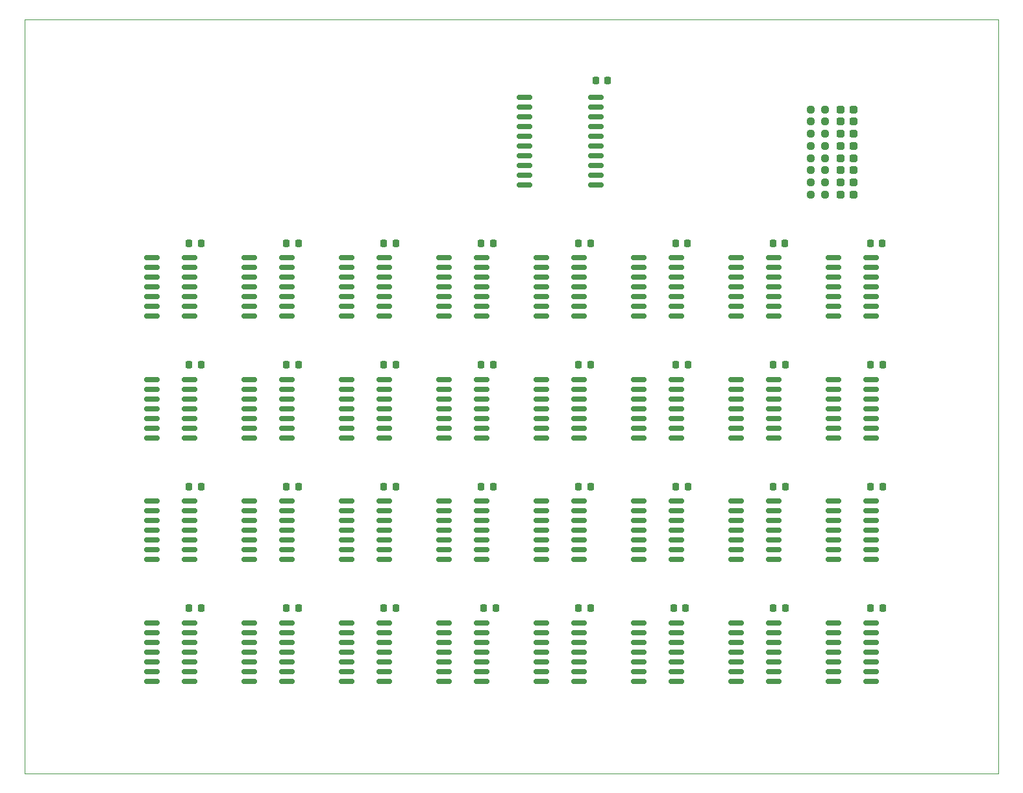
<source format=gbr>
%TF.GenerationSoftware,KiCad,Pcbnew,6.0.6*%
%TF.CreationDate,2022-09-03T22:52:37+02:00*%
%TF.ProjectId,fake8080c,66616b65-3830-4383-9063-2e6b69636164,rev?*%
%TF.SameCoordinates,Original*%
%TF.FileFunction,Paste,Top*%
%TF.FilePolarity,Positive*%
%FSLAX46Y46*%
G04 Gerber Fmt 4.6, Leading zero omitted, Abs format (unit mm)*
G04 Created by KiCad (PCBNEW 6.0.6) date 2022-09-03 22:52:37*
%MOMM*%
%LPD*%
G01*
G04 APERTURE LIST*
G04 Aperture macros list*
%AMRoundRect*
0 Rectangle with rounded corners*
0 $1 Rounding radius*
0 $2 $3 $4 $5 $6 $7 $8 $9 X,Y pos of 4 corners*
0 Add a 4 corners polygon primitive as box body*
4,1,4,$2,$3,$4,$5,$6,$7,$8,$9,$2,$3,0*
0 Add four circle primitives for the rounded corners*
1,1,$1+$1,$2,$3*
1,1,$1+$1,$4,$5*
1,1,$1+$1,$6,$7*
1,1,$1+$1,$8,$9*
0 Add four rect primitives between the rounded corners*
20,1,$1+$1,$2,$3,$4,$5,0*
20,1,$1+$1,$4,$5,$6,$7,0*
20,1,$1+$1,$6,$7,$8,$9,0*
20,1,$1+$1,$8,$9,$2,$3,0*%
G04 Aperture macros list end*
%TA.AperFunction,Profile*%
%ADD10C,0.100000*%
%TD*%
%ADD11RoundRect,0.150000X-0.825000X-0.150000X0.825000X-0.150000X0.825000X0.150000X-0.825000X0.150000X0*%
%ADD12RoundRect,0.150000X-0.875000X-0.150000X0.875000X-0.150000X0.875000X0.150000X-0.875000X0.150000X0*%
%ADD13RoundRect,0.237500X-0.250000X-0.237500X0.250000X-0.237500X0.250000X0.237500X-0.250000X0.237500X0*%
%ADD14RoundRect,0.237500X0.287500X0.237500X-0.287500X0.237500X-0.287500X-0.237500X0.287500X-0.237500X0*%
%ADD15RoundRect,0.225000X-0.225000X-0.250000X0.225000X-0.250000X0.225000X0.250000X-0.225000X0.250000X0*%
G04 APERTURE END LIST*
D10*
X225425000Y-41275000D02*
X98425000Y-41275000D01*
X98425000Y-41275000D02*
X98425000Y-139700000D01*
X98425000Y-139700000D02*
X225425000Y-139700000D01*
X225425000Y-139700000D02*
X225425000Y-41275000D01*
D11*
%TO.C,U133*%
X145350000Y-120015000D03*
X145350000Y-121285000D03*
X145350000Y-122555000D03*
X145350000Y-123825000D03*
X145350000Y-125095000D03*
X145350000Y-126365000D03*
X145350000Y-127635000D03*
X140400000Y-127635000D03*
X140400000Y-126365000D03*
X140400000Y-125095000D03*
X140400000Y-123825000D03*
X140400000Y-122555000D03*
X140400000Y-121285000D03*
X140400000Y-120015000D03*
%TD*%
%TO.C,U132*%
X191200000Y-120015000D03*
X191200000Y-121285000D03*
X191200000Y-122555000D03*
X191200000Y-123825000D03*
X191200000Y-125095000D03*
X191200000Y-126365000D03*
X191200000Y-127635000D03*
X196150000Y-127635000D03*
X196150000Y-126365000D03*
X196150000Y-125095000D03*
X196150000Y-123825000D03*
X196150000Y-122555000D03*
X196150000Y-121285000D03*
X196150000Y-120015000D03*
%TD*%
%TO.C,U131*%
X140400000Y-104140000D03*
X140400000Y-105410000D03*
X140400000Y-106680000D03*
X140400000Y-107950000D03*
X140400000Y-109220000D03*
X140400000Y-110490000D03*
X140400000Y-111760000D03*
X145350000Y-111760000D03*
X145350000Y-110490000D03*
X145350000Y-109220000D03*
X145350000Y-107950000D03*
X145350000Y-106680000D03*
X145350000Y-105410000D03*
X145350000Y-104140000D03*
%TD*%
%TO.C,U130*%
X165800000Y-104140000D03*
X165800000Y-105410000D03*
X165800000Y-106680000D03*
X165800000Y-107950000D03*
X165800000Y-109220000D03*
X165800000Y-110490000D03*
X165800000Y-111760000D03*
X170750000Y-111760000D03*
X170750000Y-110490000D03*
X170750000Y-109220000D03*
X170750000Y-107950000D03*
X170750000Y-106680000D03*
X170750000Y-105410000D03*
X170750000Y-104140000D03*
%TD*%
%TO.C,U129*%
X191200000Y-104140000D03*
X191200000Y-105410000D03*
X191200000Y-106680000D03*
X191200000Y-107950000D03*
X191200000Y-109220000D03*
X191200000Y-110490000D03*
X191200000Y-111760000D03*
X196150000Y-111760000D03*
X196150000Y-110490000D03*
X196150000Y-109220000D03*
X196150000Y-107950000D03*
X196150000Y-106680000D03*
X196150000Y-105410000D03*
X196150000Y-104140000D03*
%TD*%
%TO.C,U128*%
X115000000Y-104140000D03*
X115000000Y-105410000D03*
X115000000Y-106680000D03*
X115000000Y-107950000D03*
X115000000Y-109220000D03*
X115000000Y-110490000D03*
X115000000Y-111760000D03*
X119950000Y-111760000D03*
X119950000Y-110490000D03*
X119950000Y-109220000D03*
X119950000Y-107950000D03*
X119950000Y-106680000D03*
X119950000Y-105410000D03*
X119950000Y-104140000D03*
%TD*%
%TO.C,U127*%
X127700000Y-104140000D03*
X127700000Y-105410000D03*
X127700000Y-106680000D03*
X127700000Y-107950000D03*
X127700000Y-109220000D03*
X127700000Y-110490000D03*
X127700000Y-111760000D03*
X132650000Y-111760000D03*
X132650000Y-110490000D03*
X132650000Y-109220000D03*
X132650000Y-107950000D03*
X132650000Y-106680000D03*
X132650000Y-105410000D03*
X132650000Y-104140000D03*
%TD*%
%TO.C,U126*%
X178500000Y-104140000D03*
X178500000Y-105410000D03*
X178500000Y-106680000D03*
X178500000Y-107950000D03*
X178500000Y-109220000D03*
X178500000Y-110490000D03*
X178500000Y-111760000D03*
X183450000Y-111760000D03*
X183450000Y-110490000D03*
X183450000Y-109220000D03*
X183450000Y-107950000D03*
X183450000Y-106680000D03*
X183450000Y-105410000D03*
X183450000Y-104140000D03*
%TD*%
%TO.C,U125*%
X153100000Y-104140000D03*
X153100000Y-105410000D03*
X153100000Y-106680000D03*
X153100000Y-107950000D03*
X153100000Y-109220000D03*
X153100000Y-110490000D03*
X153100000Y-111760000D03*
X158050000Y-111760000D03*
X158050000Y-110490000D03*
X158050000Y-109220000D03*
X158050000Y-107950000D03*
X158050000Y-106680000D03*
X158050000Y-105410000D03*
X158050000Y-104140000D03*
%TD*%
%TO.C,U124*%
X203900000Y-104140000D03*
X203900000Y-105410000D03*
X203900000Y-106680000D03*
X203900000Y-107950000D03*
X203900000Y-109220000D03*
X203900000Y-110490000D03*
X203900000Y-111760000D03*
X208850000Y-111760000D03*
X208850000Y-110490000D03*
X208850000Y-109220000D03*
X208850000Y-107950000D03*
X208850000Y-106680000D03*
X208850000Y-105410000D03*
X208850000Y-104140000D03*
%TD*%
%TO.C,U123*%
X115000000Y-88265000D03*
X115000000Y-89535000D03*
X115000000Y-90805000D03*
X115000000Y-92075000D03*
X115000000Y-93345000D03*
X115000000Y-94615000D03*
X115000000Y-95885000D03*
X119950000Y-95885000D03*
X119950000Y-94615000D03*
X119950000Y-93345000D03*
X119950000Y-92075000D03*
X119950000Y-90805000D03*
X119950000Y-89535000D03*
X119950000Y-88265000D03*
%TD*%
%TO.C,U122*%
X127700000Y-88265000D03*
X127700000Y-89535000D03*
X127700000Y-90805000D03*
X127700000Y-92075000D03*
X127700000Y-93345000D03*
X127700000Y-94615000D03*
X127700000Y-95885000D03*
X132650000Y-95885000D03*
X132650000Y-94615000D03*
X132650000Y-93345000D03*
X132650000Y-92075000D03*
X132650000Y-90805000D03*
X132650000Y-89535000D03*
X132650000Y-88265000D03*
%TD*%
%TO.C,U121*%
X140400000Y-88265000D03*
X140400000Y-89535000D03*
X140400000Y-90805000D03*
X140400000Y-92075000D03*
X140400000Y-93345000D03*
X140400000Y-94615000D03*
X140400000Y-95885000D03*
X145350000Y-95885000D03*
X145350000Y-94615000D03*
X145350000Y-93345000D03*
X145350000Y-92075000D03*
X145350000Y-90805000D03*
X145350000Y-89535000D03*
X145350000Y-88265000D03*
%TD*%
%TO.C,U120*%
X153100000Y-88265000D03*
X153100000Y-89535000D03*
X153100000Y-90805000D03*
X153100000Y-92075000D03*
X153100000Y-93345000D03*
X153100000Y-94615000D03*
X153100000Y-95885000D03*
X158050000Y-95885000D03*
X158050000Y-94615000D03*
X158050000Y-93345000D03*
X158050000Y-92075000D03*
X158050000Y-90805000D03*
X158050000Y-89535000D03*
X158050000Y-88265000D03*
%TD*%
%TO.C,U119*%
X165800000Y-88265000D03*
X165800000Y-89535000D03*
X165800000Y-90805000D03*
X165800000Y-92075000D03*
X165800000Y-93345000D03*
X165800000Y-94615000D03*
X165800000Y-95885000D03*
X170750000Y-95885000D03*
X170750000Y-94615000D03*
X170750000Y-93345000D03*
X170750000Y-92075000D03*
X170750000Y-90805000D03*
X170750000Y-89535000D03*
X170750000Y-88265000D03*
%TD*%
%TO.C,U118*%
X178500000Y-88265000D03*
X178500000Y-89535000D03*
X178500000Y-90805000D03*
X178500000Y-92075000D03*
X178500000Y-93345000D03*
X178500000Y-94615000D03*
X178500000Y-95885000D03*
X183450000Y-95885000D03*
X183450000Y-94615000D03*
X183450000Y-93345000D03*
X183450000Y-92075000D03*
X183450000Y-90805000D03*
X183450000Y-89535000D03*
X183450000Y-88265000D03*
%TD*%
%TO.C,U117*%
X191200000Y-88265000D03*
X191200000Y-89535000D03*
X191200000Y-90805000D03*
X191200000Y-92075000D03*
X191200000Y-93345000D03*
X191200000Y-94615000D03*
X191200000Y-95885000D03*
X196150000Y-95885000D03*
X196150000Y-94615000D03*
X196150000Y-93345000D03*
X196150000Y-92075000D03*
X196150000Y-90805000D03*
X196150000Y-89535000D03*
X196150000Y-88265000D03*
%TD*%
%TO.C,U116*%
X203900000Y-88265000D03*
X203900000Y-89535000D03*
X203900000Y-90805000D03*
X203900000Y-92075000D03*
X203900000Y-93345000D03*
X203900000Y-94615000D03*
X203900000Y-95885000D03*
X208850000Y-95885000D03*
X208850000Y-94615000D03*
X208850000Y-93345000D03*
X208850000Y-92075000D03*
X208850000Y-90805000D03*
X208850000Y-89535000D03*
X208850000Y-88265000D03*
%TD*%
%TO.C,U115*%
X127700000Y-120015000D03*
X127700000Y-121285000D03*
X127700000Y-122555000D03*
X127700000Y-123825000D03*
X127700000Y-125095000D03*
X127700000Y-126365000D03*
X127700000Y-127635000D03*
X132650000Y-127635000D03*
X132650000Y-126365000D03*
X132650000Y-125095000D03*
X132650000Y-123825000D03*
X132650000Y-122555000D03*
X132650000Y-121285000D03*
X132650000Y-120015000D03*
%TD*%
%TO.C,U114*%
X127700000Y-72390000D03*
X127700000Y-73660000D03*
X127700000Y-74930000D03*
X127700000Y-76200000D03*
X127700000Y-77470000D03*
X127700000Y-78740000D03*
X127700000Y-80010000D03*
X132650000Y-80010000D03*
X132650000Y-78740000D03*
X132650000Y-77470000D03*
X132650000Y-76200000D03*
X132650000Y-74930000D03*
X132650000Y-73660000D03*
X132650000Y-72390000D03*
%TD*%
%TO.C,U113*%
X153100000Y-120015000D03*
X153100000Y-121285000D03*
X153100000Y-122555000D03*
X153100000Y-123825000D03*
X153100000Y-125095000D03*
X153100000Y-126365000D03*
X153100000Y-127635000D03*
X158050000Y-127635000D03*
X158050000Y-126365000D03*
X158050000Y-125095000D03*
X158050000Y-123825000D03*
X158050000Y-122555000D03*
X158050000Y-121285000D03*
X158050000Y-120015000D03*
%TD*%
%TO.C,U112*%
X153100000Y-72390000D03*
X153100000Y-73660000D03*
X153100000Y-74930000D03*
X153100000Y-76200000D03*
X153100000Y-77470000D03*
X153100000Y-78740000D03*
X153100000Y-80010000D03*
X158050000Y-80010000D03*
X158050000Y-78740000D03*
X158050000Y-77470000D03*
X158050000Y-76200000D03*
X158050000Y-74930000D03*
X158050000Y-73660000D03*
X158050000Y-72390000D03*
%TD*%
%TO.C,U111*%
X178500000Y-120015000D03*
X178500000Y-121285000D03*
X178500000Y-122555000D03*
X178500000Y-123825000D03*
X178500000Y-125095000D03*
X178500000Y-126365000D03*
X178500000Y-127635000D03*
X183450000Y-127635000D03*
X183450000Y-126365000D03*
X183450000Y-125095000D03*
X183450000Y-123825000D03*
X183450000Y-122555000D03*
X183450000Y-121285000D03*
X183450000Y-120015000D03*
%TD*%
%TO.C,U110*%
X178500000Y-72390000D03*
X178500000Y-73660000D03*
X178500000Y-74930000D03*
X178500000Y-76200000D03*
X178500000Y-77470000D03*
X178500000Y-78740000D03*
X178500000Y-80010000D03*
X183450000Y-80010000D03*
X183450000Y-78740000D03*
X183450000Y-77470000D03*
X183450000Y-76200000D03*
X183450000Y-74930000D03*
X183450000Y-73660000D03*
X183450000Y-72390000D03*
%TD*%
%TO.C,U109*%
X203900000Y-120015000D03*
X203900000Y-121285000D03*
X203900000Y-122555000D03*
X203900000Y-123825000D03*
X203900000Y-125095000D03*
X203900000Y-126365000D03*
X203900000Y-127635000D03*
X208850000Y-127635000D03*
X208850000Y-126365000D03*
X208850000Y-125095000D03*
X208850000Y-123825000D03*
X208850000Y-122555000D03*
X208850000Y-121285000D03*
X208850000Y-120015000D03*
%TD*%
%TO.C,U108*%
X203900000Y-72390000D03*
X203900000Y-73660000D03*
X203900000Y-74930000D03*
X203900000Y-76200000D03*
X203900000Y-77470000D03*
X203900000Y-78740000D03*
X203900000Y-80010000D03*
X208850000Y-80010000D03*
X208850000Y-78740000D03*
X208850000Y-77470000D03*
X208850000Y-76200000D03*
X208850000Y-74930000D03*
X208850000Y-73660000D03*
X208850000Y-72390000D03*
%TD*%
%TO.C,U107*%
X115000000Y-72390000D03*
X115000000Y-73660000D03*
X115000000Y-74930000D03*
X115000000Y-76200000D03*
X115000000Y-77470000D03*
X115000000Y-78740000D03*
X115000000Y-80010000D03*
X119950000Y-80010000D03*
X119950000Y-78740000D03*
X119950000Y-77470000D03*
X119950000Y-76200000D03*
X119950000Y-74930000D03*
X119950000Y-73660000D03*
X119950000Y-72390000D03*
%TD*%
%TO.C,U106*%
X140400000Y-72390000D03*
X140400000Y-73660000D03*
X140400000Y-74930000D03*
X140400000Y-76200000D03*
X140400000Y-77470000D03*
X140400000Y-78740000D03*
X140400000Y-80010000D03*
X145350000Y-80010000D03*
X145350000Y-78740000D03*
X145350000Y-77470000D03*
X145350000Y-76200000D03*
X145350000Y-74930000D03*
X145350000Y-73660000D03*
X145350000Y-72390000D03*
%TD*%
%TO.C,U105*%
X165800000Y-72390000D03*
X165800000Y-73660000D03*
X165800000Y-74930000D03*
X165800000Y-76200000D03*
X165800000Y-77470000D03*
X165800000Y-78740000D03*
X165800000Y-80010000D03*
X170750000Y-80010000D03*
X170750000Y-78740000D03*
X170750000Y-77470000D03*
X170750000Y-76200000D03*
X170750000Y-74930000D03*
X170750000Y-73660000D03*
X170750000Y-72390000D03*
%TD*%
%TO.C,U104*%
X191200000Y-72390000D03*
X191200000Y-73660000D03*
X191200000Y-74930000D03*
X191200000Y-76200000D03*
X191200000Y-77470000D03*
X191200000Y-78740000D03*
X191200000Y-80010000D03*
X196150000Y-80010000D03*
X196150000Y-78740000D03*
X196150000Y-77470000D03*
X196150000Y-76200000D03*
X196150000Y-74930000D03*
X196150000Y-73660000D03*
X196150000Y-72390000D03*
%TD*%
%TO.C,U103*%
X115000000Y-120015000D03*
X115000000Y-121285000D03*
X115000000Y-122555000D03*
X115000000Y-123825000D03*
X115000000Y-125095000D03*
X115000000Y-126365000D03*
X115000000Y-127635000D03*
X119950000Y-127635000D03*
X119950000Y-126365000D03*
X119950000Y-125095000D03*
X119950000Y-123825000D03*
X119950000Y-122555000D03*
X119950000Y-121285000D03*
X119950000Y-120015000D03*
%TD*%
%TO.C,U102*%
X165800000Y-120015000D03*
X165800000Y-121285000D03*
X165800000Y-122555000D03*
X165800000Y-123825000D03*
X165800000Y-125095000D03*
X165800000Y-126365000D03*
X165800000Y-127635000D03*
X170750000Y-127635000D03*
X170750000Y-126365000D03*
X170750000Y-125095000D03*
X170750000Y-123825000D03*
X170750000Y-122555000D03*
X170750000Y-121285000D03*
X170750000Y-120015000D03*
%TD*%
D12*
%TO.C,U101*%
X163625000Y-51435000D03*
X163625000Y-52705000D03*
X163625000Y-53975000D03*
X163625000Y-55245000D03*
X163625000Y-56515000D03*
X163625000Y-57785000D03*
X163625000Y-59055000D03*
X163625000Y-60325000D03*
X163625000Y-61595000D03*
X163625000Y-62865000D03*
X172925000Y-62865000D03*
X172925000Y-61595000D03*
X172925000Y-60325000D03*
X172925000Y-59055000D03*
X172925000Y-57785000D03*
X172925000Y-56515000D03*
X172925000Y-55245000D03*
X172925000Y-53975000D03*
X172925000Y-52705000D03*
X172925000Y-51435000D03*
%TD*%
D13*
%TO.C,R108*%
X200977500Y-53022500D03*
X202802500Y-53022500D03*
%TD*%
%TO.C,R107*%
X200977500Y-54610000D03*
X202802500Y-54610000D03*
%TD*%
%TO.C,R106*%
X200977500Y-56197500D03*
X202802500Y-56197500D03*
%TD*%
%TO.C,R105*%
X200977500Y-57785000D03*
X202802500Y-57785000D03*
%TD*%
%TO.C,R104*%
X200977500Y-59372500D03*
X202802500Y-59372500D03*
%TD*%
%TO.C,R103*%
X200977500Y-60960000D03*
X202802500Y-60960000D03*
%TD*%
%TO.C,R102*%
X200977500Y-62547500D03*
X202802500Y-62547500D03*
%TD*%
%TO.C,R101*%
X200977500Y-64135000D03*
X202802500Y-64135000D03*
%TD*%
D14*
%TO.C,D108*%
X206575000Y-53022500D03*
X204825000Y-53022500D03*
%TD*%
%TO.C,D107*%
X206575000Y-54610000D03*
X204825000Y-54610000D03*
%TD*%
%TO.C,D106*%
X206575000Y-56197500D03*
X204825000Y-56197500D03*
%TD*%
%TO.C,D105*%
X206575000Y-57785000D03*
X204825000Y-57785000D03*
%TD*%
%TO.C,D104*%
X206575000Y-59372500D03*
X204825000Y-59372500D03*
%TD*%
%TO.C,D103*%
X206575000Y-60960000D03*
X204825000Y-60960000D03*
%TD*%
%TO.C,D102*%
X206575000Y-62547500D03*
X204825000Y-62547500D03*
%TD*%
%TO.C,D101*%
X206575000Y-64135000D03*
X204825000Y-64135000D03*
%TD*%
D15*
%TO.C,C133*%
X145275000Y-118110000D03*
X146825000Y-118110000D03*
%TD*%
%TO.C,C132*%
X196075000Y-118110000D03*
X197625000Y-118110000D03*
%TD*%
%TO.C,C131*%
X145275000Y-102235000D03*
X146825000Y-102235000D03*
%TD*%
%TO.C,C130*%
X170675000Y-102235000D03*
X172225000Y-102235000D03*
%TD*%
%TO.C,C129*%
X196075000Y-102235000D03*
X197625000Y-102235000D03*
%TD*%
%TO.C,C128*%
X119875000Y-102235000D03*
X121425000Y-102235000D03*
%TD*%
%TO.C,C127*%
X132575000Y-102235000D03*
X134125000Y-102235000D03*
%TD*%
%TO.C,C126*%
X183375000Y-102235000D03*
X184925000Y-102235000D03*
%TD*%
%TO.C,C125*%
X157975000Y-102235000D03*
X159525000Y-102235000D03*
%TD*%
%TO.C,C124*%
X208775000Y-102235000D03*
X210325000Y-102235000D03*
%TD*%
%TO.C,C123*%
X119875000Y-86360000D03*
X121425000Y-86360000D03*
%TD*%
%TO.C,C122*%
X132575000Y-86360000D03*
X134125000Y-86360000D03*
%TD*%
%TO.C,C121*%
X145275000Y-86360000D03*
X146825000Y-86360000D03*
%TD*%
%TO.C,C120*%
X157975000Y-86360000D03*
X159525000Y-86360000D03*
%TD*%
%TO.C,C119*%
X170675000Y-86360000D03*
X172225000Y-86360000D03*
%TD*%
%TO.C,C118*%
X183375000Y-86360000D03*
X184925000Y-86360000D03*
%TD*%
%TO.C,C117*%
X196075000Y-86360000D03*
X197625000Y-86360000D03*
%TD*%
%TO.C,C116*%
X208775000Y-86360000D03*
X210325000Y-86360000D03*
%TD*%
%TO.C,C115*%
X132575000Y-118110000D03*
X134125000Y-118110000D03*
%TD*%
%TO.C,C114*%
X132575000Y-70485000D03*
X134125000Y-70485000D03*
%TD*%
%TO.C,C113*%
X158292500Y-118110000D03*
X159842500Y-118110000D03*
%TD*%
%TO.C,C112*%
X157975000Y-70485000D03*
X159525000Y-70485000D03*
%TD*%
%TO.C,C111*%
X183057500Y-118110000D03*
X184607500Y-118110000D03*
%TD*%
%TO.C,C110*%
X183310000Y-70485000D03*
X184860000Y-70485000D03*
%TD*%
%TO.C,C109*%
X208775000Y-118110000D03*
X210325000Y-118110000D03*
%TD*%
%TO.C,C108*%
X208710000Y-70485000D03*
X210260000Y-70485000D03*
%TD*%
%TO.C,C107*%
X119875000Y-70485000D03*
X121425000Y-70485000D03*
%TD*%
%TO.C,C106*%
X145275000Y-70485000D03*
X146825000Y-70485000D03*
%TD*%
%TO.C,C105*%
X170675000Y-70485000D03*
X172225000Y-70485000D03*
%TD*%
%TO.C,C104*%
X196010000Y-70485000D03*
X197560000Y-70485000D03*
%TD*%
%TO.C,C103*%
X119875000Y-118110000D03*
X121425000Y-118110000D03*
%TD*%
%TO.C,C102*%
X170675000Y-118110000D03*
X172225000Y-118110000D03*
%TD*%
%TO.C,C101*%
X172897500Y-49212500D03*
X174447500Y-49212500D03*
%TD*%
M02*

</source>
